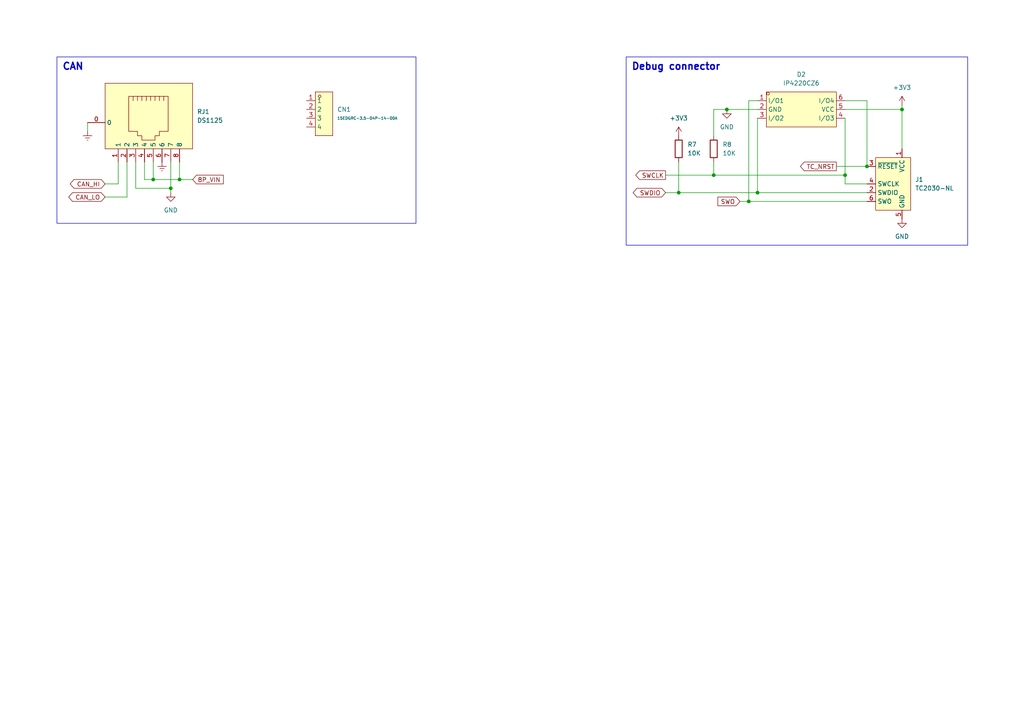
<source format=kicad_sch>
(kicad_sch (version 20230121) (generator eeschema)
  (paper "A4")
  (lib_symbols
    (symbol "Connector:Conn_ARM_SWD_TagConnect_TC2030-NL" (in_bom no)
      (property "Reference" "J" (at 2.54 11.43 0))
      (property "Value" "Conn_ARM_SWD_TagConnect_TC2030-NL" (at 2.54 8.89 0))
      (symbol "Conn_ARM_SWD_TagConnect_TC2030-NL_0_0"
        (pin power_in line (at -2.54 10.16 270) (length 2.54) (name "VCC") (number "1"))
        (pin bidirectional line (at 7.62 -2.54 180) (length 2.54) (name "SWDIO") (number "2"))
        (pin open_collector line (at 7.62 5.08 180) (length 2.54) (name "~{RESET}") (number "3"))
        (pin output line (at 7.62 0 180) (length 2.54) (name "SWCLK") (number "4"))
        (pin power_in line (at -2.54 -10.16 90) (length 2.54) (name "GND") (number "5"))
        (pin input line (at 7.62 -5.08 180) (length 2.54) (name "SWO") (number "6"))
      )
      (symbol "Conn_ARM_SWD_TagConnect_TC2030-NL_0_1"
        (rectangle (start -5.08 7.62) (end 5.08 -7.62) (fill (type background)))
      )
    )
    (symbol "Custom:1844236"
      (property "Reference" "CN" (at 0 8.89 0))
      (property "Value" "1844236" (at 0 -8.89 0))
      (symbol "1844236_0_1"
        (rectangle (start -2.54 6.35) (end 2.54 -6.35) (fill (type background)))
        (circle (center -1.27 5.08) (radius 0.38))
        (pin unspecified line (at -5.08 3.81 0) (length 2.54) (name "1") (number "1"))
        (pin unspecified line (at -5.08 1.27 0) (length 2.54) (name "2") (number "2"))
        (pin unspecified line (at -5.08 -1.27 0) (length 2.54) (name "3") (number "3"))
        (pin unspecified line (at -5.08 -3.81 0) (length 2.54) (name "4") (number "4"))
      )
    )
    (symbol "Custom:DS1127-S80BP"
      (property "Reference" "RJ" (at 0 5.08 0))
      (property "Value" "DS1127-S80BP" (at 0 -16.51 0))
      (symbol "DS1127-S80BP_0_1"
        (rectangle (start -12.7 11.43) (end 12.7 -7.62) (fill (type background)))
        (polyline (pts (xy -4.57 6.35) (xy -4.57 7.62) (xy -4.57 7.62)))
        (polyline (pts (xy -3.3 7.62) (xy -3.3 6.35) (xy -3.3 6.35)))
        (polyline (pts (xy -2.03 7.62) (xy -2.03 6.35) (xy -2.03 6.35)))
        (polyline (pts (xy -0.76 7.62) (xy -0.76 6.35) (xy -0.76 6.35)))
        (polyline (pts (xy 0.51 7.62) (xy 0.51 6.35) (xy 0.51 6.35)))
        (polyline (pts (xy 1.78 7.62) (xy 1.78 6.35) (xy 1.78 6.35)))
        (polyline (pts (xy 3.05 6.35) (xy 3.05 7.62) (xy 3.05 7.62)))
        (polyline (pts (xy 4.32 6.35) (xy 4.32 7.62) (xy 4.32 7.62)))
        (polyline (pts (xy -5.84 7.62) (xy 5.59 7.62) (xy 5.59 -2.54) (xy 3.05 -2.54) (xy 3.05 -3.81) (xy 1.78 -3.81) (xy 1.78 -5.08) (xy -2.03 -5.08) (xy -2.03 -3.81) (xy -3.3 -3.81) (xy -3.3 -2.54) (xy -5.84 -2.54) (xy -5.84 7.62) (xy -5.84 7.62)) (fill (type background)))
        (pin unspecified line (at -17.78 0 0) (length 5.08) (name "0") (number "0"))
        (pin unspecified line (at -8.89 -11.43 90) (length 3.81) (name "1") (number "1"))
        (pin unspecified line (at -6.35 -11.43 90) (length 3.81) (name "2") (number "2"))
        (pin unspecified line (at -3.81 -11.43 90) (length 3.81) (name "3") (number "3"))
        (pin unspecified line (at -1.27 -11.43 90) (length 3.81) (name "4") (number "4"))
        (pin unspecified line (at 1.27 -11.43 90) (length 3.81) (name "5") (number "5"))
        (pin unspecified line (at 3.81 -11.43 90) (length 3.81) (name "6") (number "6"))
        (pin unspecified line (at 6.35 -11.43 90) (length 3.81) (name "7") (number "7"))
        (pin unspecified line (at 8.89 -11.43 90) (length 3.81) (name "8") (number "8"))
      )
    )
    (symbol "Custom:IP4220CZ6,125"
      (property "Reference" "D" (at 0 8.89 0))
      (property "Value" "IP4220CZ6,125" (at 0 -6.35 0))
      (symbol "IP4220CZ6,125_0_1"
        (rectangle (start -10.16 6.35) (end 10.16 -3.81) (fill (type background)))
        (circle (center -9.65 5.84) (radius 0.38))
        (pin unspecified line (at -12.7 3.81 0) (length 2.54) (name "I/O1") (number "1"))
        (pin unspecified line (at -12.7 1.27 0) (length 2.54) (name "GND") (number "2"))
        (pin unspecified line (at -12.7 -1.27 0) (length 2.54) (name "I/O2") (number "3"))
        (pin unspecified line (at 12.7 -1.27 180) (length 2.54) (name "I/O3") (number "4"))
        (pin unspecified line (at 12.7 1.27 180) (length 2.54) (name "VCC") (number "5"))
        (pin unspecified line (at 12.7 3.81 180) (length 2.54) (name "I/O4") (number "6"))
      )
    )
    (symbol "Device:R" (pin_numbers hide) (pin_names (offset 0))
      (property "Reference" "R" (at 2.032 0 90))
      (property "Value" "R" (at 0 0 90))
      (symbol "R_0_1"
        (rectangle (start -1.016 -2.54) (end 1.016 2.54) (stroke (width 0.254)))
      )
      (symbol "R_1_1"
        (pin passive line (at 0 3.81 270) (length 1.27) (name "~") (number "1"))
        (pin passive line (at 0 -3.81 90) (length 1.27) (name "~") (number "2"))
      )
    )
    (symbol "power:+3V3" (power) (pin_names (offset 0))
      (property "Value" "+3V3" (at 0 3.556 0))
      (symbol "+3V3_0_1"
        (polyline (pts (xy -0.762 1.27) (xy 0 2.54)))
        (polyline (pts (xy 0 0) (xy 0 2.54)))
        (polyline (pts (xy 0 2.54) (xy 0.762 1.27)))
      )
      (symbol "+3V3_1_1"
        (pin power_in line (at 0 0 90) (length 0) hide (name "+3V3") (number "1"))
      )
    )
    (symbol "power:Earth" (power) (pin_names (offset 0))
      (symbol "Earth_0_1"
        (polyline (pts (xy -0.635 -1.905) (xy 0.635 -1.905)))
        (polyline (pts (xy -0.127 -2.54) (xy 0.127 -2.54)))
        (polyline (pts (xy 0 -1.27) (xy 0 0)))
        (polyline (pts (xy 1.27 -1.27) (xy -1.27 -1.27)))
      )
      (symbol "Earth_1_1"
        (pin power_in line (at 0 0 270) (length 0) hide (name "Earth") (number "1"))
      )
    )
    (symbol "power:GND" (power) (pin_names (offset 0))
      (property "Value" "GND" (at 0 -3.81 0))
      (symbol "GND_0_1"
        (polyline (pts (xy 0 0) (xy 0 -1.27) (xy 1.27 -1.27) (xy 0 -2.54) (xy -1.27 -1.27) (xy 0 -1.27)))
      )
      (symbol "GND_1_1"
        (pin power_in line (at 0 0 270) (length 0) hide (name "GND") (number "1"))
      )
    )
  )
  (junction (at 219.71 55.88))
  (junction (at 217.17 58.42))
  (junction (at 210.82 31.75))
  (junction (at 44.45 52.07))
  (junction (at 196.85 55.88))
  (junction (at 49.53 54.61))
  (junction (at 261.62 31.75))
  (junction (at 52.07 52.07))
  (junction (at 245.11 50.8))
  (junction (at 251.46 48.26))
  (junction (at 207.01 50.8))
  (wire (pts (xy 245.11 31.75) (xy 261.62 31.75)))
  (wire (pts (xy 207.01 31.75) (xy 210.82 31.75)))
  (wire (pts (xy 251.46 53.34) (xy 245.11 53.34)))
  (wire (pts (xy 217.17 58.42) (xy 214.63 58.42)))
  (wire (pts (xy 245.11 50.8) (xy 207.01 50.8)))
  (wire (pts (xy 219.71 34.29) (xy 219.71 55.88)))
  (wire (pts (xy 219.71 29.21) (xy 217.17 29.21)))
  (wire (pts (xy 196.85 55.88) (xy 219.71 55.88)))
  (wire (pts (xy 261.62 30.48) (xy 261.62 31.75)))
  (wire (pts (xy 34.29 53.34) (xy 34.29 46.99)))
  (wire (pts (xy 41.91 46.99) (xy 41.91 52.07)))
  (wire (pts (xy 44.45 46.99) (xy 44.45 52.07)))
  (wire (pts (xy 261.62 31.75) (xy 261.62 43.18)))
  (wire (pts (xy 245.11 50.8) (xy 245.11 53.34)))
  (wire (pts (xy 49.53 46.99) (xy 49.53 54.61)))
  (wire (pts (xy 52.07 46.99) (xy 52.07 52.07)))
  (wire (pts (xy 39.37 54.61) (xy 49.53 54.61)))
  (wire (pts (xy 251.46 55.88) (xy 219.71 55.88)))
  (wire (pts (xy 251.46 29.21) (xy 251.46 48.26)))
  (wire (pts (xy 41.91 52.07) (xy 44.45 52.07)))
  (wire (pts (xy 196.85 46.99) (xy 196.85 55.88)))
  (wire (pts (xy 36.83 46.99) (xy 36.83 57.15)))
  (wire (pts (xy 36.83 57.15) (xy 30.48 57.15)))
  (wire (pts (xy 217.17 29.21) (xy 217.17 58.42)))
  (wire (pts (xy 193.04 55.88) (xy 196.85 55.88)))
  (wire (pts (xy 52.07 52.07) (xy 55.88 52.07)))
  (wire (pts (xy 49.53 54.61) (xy 49.53 55.88)))
  (wire (pts (xy 39.37 46.99) (xy 39.37 54.61)))
  (wire (pts (xy 193.04 50.8) (xy 207.01 50.8)))
  (wire (pts (xy 242.57 48.26) (xy 251.46 48.26)))
  (wire (pts (xy 207.01 39.37) (xy 207.01 31.75)))
  (wire (pts (xy 210.82 31.75) (xy 219.71 31.75)))
  (wire (pts (xy 30.48 53.34) (xy 34.29 53.34)))
  (wire (pts (xy 245.11 34.29) (xy 245.11 50.8)))
  (wire (pts (xy 207.01 46.99) (xy 207.01 50.8)))
  (wire (pts (xy 245.11 29.21) (xy 251.46 29.21)))
  (wire (pts (xy 44.45 52.07) (xy 52.07 52.07)))
  (wire (pts (xy 25.4 35.56) (xy 25.4 38.1)))
  (wire (pts (xy 251.46 58.42) (xy 217.17 58.42)))
  (text_box "Debug connector" (at 181.61 16.51 0) (size 99.06 54.61) (effects (font (size 2 2) (thickness 0.4) bold) (justify left top)))
  (text_box "CAN" (at 16.51 16.51 0) (size 104.14 48.26) (effects (font (size 2 2) (thickness 0.4) bold) (justify left top)))
  (global_label "TC_NRST" (shape output) (at 242.57 48.26 180) (property "Intersheetrefs" "${INTERSHEET_REFS}" (effects hide)))
  (global_label "SWDIO" (shape bidirectional) (at 193.04 55.88 180) (property "Intersheetrefs" "${INTERSHEET_REFS}" (effects hide)))
  (global_label "CAN_LO" (shape bidirectional) (at 30.48 57.15 180) (property "Intersheetrefs" "${INTERSHEET_REFS}" (effects hide)))
  (global_label "SWCLK" (shape output) (at 193.04 50.8 180) (property "Intersheetrefs" "${INTERSHEET_REFS}" (effects hide)))
  (global_label "8P_VIN" (shape input) (at 55.88 52.07 0) (property "Intersheetrefs" "${INTERSHEET_REFS}" (effects hide)))
  (global_label "SWO" (shape input) (at 214.63 58.42 180) (property "Intersheetrefs" "${INTERSHEET_REFS}" (effects hide)))
  (global_label "CAN_HI" (shape bidirectional) (at 30.48 53.34 180) (property "Intersheetrefs" "${INTERSHEET_REFS}" (effects hide)))
  (symbol (lib_id "Custom:DS1127-S80BP") (at 43.18 35.56 0) (unit 1)
    (property "Reference" "RJ1" (at 57.15 32.385 0) (effects (justify left)))
    (property "Value" "DS1125" (at 57.15 34.925 0) (effects (justify left)))
    (property "Footprint" "custom:RJ45-TH_DS1127-S80BP" (effects hide))
    (property "Datasheet" "https://lcsc.com/product-detail/RJ45_RJ45Network-port-connector-10p8c-Full-gold-black-3-05-Copper-shell_C77849.html" (effects hide))
    (property "Chipdip" "https://www.chipdip.ru/product/ds1125" (effects hide))
  )
  (symbol (lib_id "Device:R") (at 207.01 43.18 0) (unit 1)
    (property "Reference" "R8" (at 209.55 41.91 0) (effects (justify left)))
    (property "Value" "10K" (at 209.55 44.45 0) (effects (justify left)))
    (property "Footprint" "Resistor_SMD:R_1206_3216Metric_Pad1.30x1.75mm_HandSolder" (effects hide))
  )
  (symbol (lib_id "power:+3V3") (at 261.62 30.48 0) (unit 1)
    (property "Reference" "#PWR011" (effects hide))
    (property "Value" "+3V3" (at 261.62 25.4 0))
    (instances (project "can2usb" (path "" (reference "#PWR011") (unit 1)) (path "" (reference "#PWR012") (unit 1))))
  )
  (symbol (lib_id "power:GND") (at 261.62 63.5 0) (unit 1)
    (property "Reference" "#PWR012" (effects hide))
    (property "Value" "GND" (at 261.62 68.58 0))
    (instances (project "can2usb" (path "" (reference "#PWR012") (unit 1)) (path "" (reference "#PWR015") (unit 1))))
  )
  (symbol (lib_id "Custom:1844236") (at 93.98 33.02 0) (unit 1)
    (property "Reference" "CN1" (at 97.79 31.75 0) (effects (justify left)))
    (property "Value" "15EDGRC-3.5-04P-14-00A" (at 97.79 34.29 0) (effects (font (size 0.8 0.8)) (justify left)))
    (property "Footprint" "custom:CONN-TH_1844236" (effects hide))
    (property "Datasheet" "https://static.chipdip.ru/lib/872/DOC000872098.pdf" (effects hide))
    (property "Chipdip" "https://www.chipdip.ru/product0/8007163537" (effects hide))
  )
  (symbol (lib_id "power:+3V3") (at 196.85 39.37 0) (unit 1)
    (property "Reference" "#PWR015" (effects hide))
    (property "Value" "+3V3" (at 196.85 34.29 0))
    (instances (project "can2usb" (path "" (reference "#PWR015") (unit 1)) (path "" (reference "#PWR08") (unit 1))))
  )
  (symbol (lib_id "Custom:IP4220CZ6,125") (at 232.41 33.02 0) (unit 1)
    (property "Reference" "D2" (at 232.41 21.59 0))
    (property "Value" "IP4220CZ6" (at 232.41 24.13 0))
    (property "Footprint" "custom:TSOP-6_L3.0-W1.5-P0.95-LS2.8-BR" (effects hide))
    (property "Datasheet" "https://lcsc.com/product-detail/Others_Nexperia_IP4220CZ6-125_Nexperia-IP4220CZ6-125_C282546.html" (effects hide))
    (property "LCSC Part" "C282546" (effects hide))
  )
  (symbol (lib_id "power:Earth") (at 25.4 38.1 0) (unit 1)
    (property "Reference" "#PWR024" (effects hide))
    (property "Value" "Earth" (effects hide))
  )
  (symbol (lib_id "power:Earth") (at 46.99 46.99 0) (unit 1)
    (property "Reference" "#PWR027" (effects hide))
    (property "Value" "Earth" (effects hide))
  )
  (symbol (lib_id "Device:R") (at 196.85 43.18 0) (unit 1)
    (property "Reference" "R7" (at 199.39 41.91 0) (effects (justify left)))
    (property "Value" "10K" (at 199.39 44.45 0) (effects (justify left)))
    (property "Footprint" "Resistor_SMD:R_1206_3216Metric_Pad1.30x1.75mm_HandSolder" (effects hide))
  )
  (symbol (lib_id "Connector:Conn_ARM_SWD_TagConnect_TC2030-NL") (at 259.08 53.34 0) (mirror y) (unit 1) (in_bom no)
    (property "Reference" "J1" (at 265.43 52.07 0) (effects (justify right)))
    (property "Value" "TC2030-NL" (at 265.43 54.61 0) (effects (justify right)))
    (property "Footprint" "Connector:Tag-Connect_TC2030-IDC-NL_2x03_P1.27mm_Vertical" (effects hide))
    (property "Datasheet" "https://www.tag-connect.com/wp-content/uploads/bsk-pdf-manager/TC2030-CTX_1.pdf" (effects hide))
  )
  (symbol (lib_id "power:GND") (at 49.53 55.88 0) (unit 1)
    (property "Reference" "#PWR026" (effects hide))
    (property "Value" "GND" (at 49.53 60.96 0))
  )
  (symbol (lib_id "power:GND") (at 210.82 31.75 0) (unit 1)
    (property "Reference" "#PWR08" (effects hide))
    (property "Value" "GND" (at 210.82 36.83 0))
    (instances (project "can2usb" (path "" (reference "#PWR08") (unit 1)) (path "" (reference "#PWR011") (unit 1))))
  )
)
</source>
